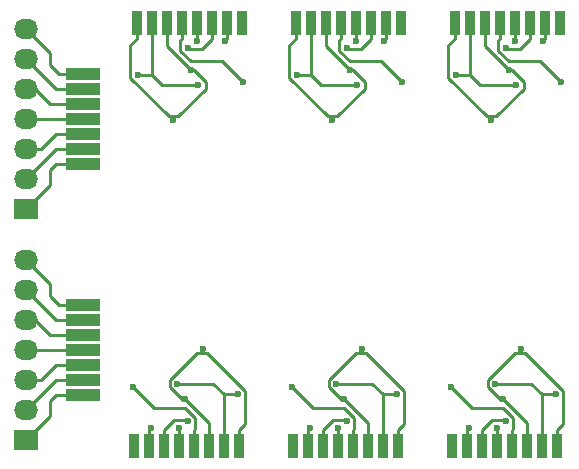
<source format=gbl>
G04 #@! TF.FileFunction,Copper,L2,Bot,Signal*
%FSLAX46Y46*%
G04 Gerber Fmt 4.6, Leading zero omitted, Abs format (unit mm)*
G04 Created by KiCad (PCBNEW 4.0.4+e1-6308~48~ubuntu16.04.1-stable) date Mon Nov 28 22:29:59 2016*
%MOMM*%
%LPD*%
G01*
G04 APERTURE LIST*
%ADD10C,0.100000*%
%ADD11R,0.900000X2.000000*%
%ADD12R,3.000000X1.100000*%
%ADD13R,2.032000X1.727200*%
%ADD14O,2.032000X1.727200*%
%ADD15C,0.600000*%
%ADD16C,0.250000*%
G04 APERTURE END LIST*
D10*
D11*
X144780000Y-144526000D03*
X143510000Y-144526000D03*
X142240000Y-144526000D03*
X140970000Y-144526000D03*
X139700000Y-144526000D03*
X138430000Y-144526000D03*
X137160000Y-144526000D03*
X135890000Y-144526000D03*
X171704000Y-144526000D03*
X170434000Y-144526000D03*
X169164000Y-144526000D03*
X167894000Y-144526000D03*
X166624000Y-144526000D03*
X165354000Y-144526000D03*
X164084000Y-144526000D03*
X162814000Y-144526000D03*
D12*
X131588000Y-140208000D03*
X131588000Y-138938000D03*
X131588000Y-137668000D03*
X131588000Y-136398000D03*
X131588000Y-135128000D03*
X131588000Y-133858000D03*
X131588000Y-132588000D03*
D13*
X126746000Y-124460000D03*
D14*
X126746000Y-121920000D03*
X126746000Y-119380000D03*
X126746000Y-116840000D03*
X126746000Y-114300000D03*
X126746000Y-111760000D03*
X126746000Y-109220000D03*
D12*
X131588000Y-120650000D03*
X131588000Y-119380000D03*
X131588000Y-118110000D03*
X131588000Y-116840000D03*
X131588000Y-115570000D03*
X131588000Y-114300000D03*
X131588000Y-113030000D03*
D13*
X126746000Y-144018000D03*
D14*
X126746000Y-141478000D03*
X126746000Y-138938000D03*
X126746000Y-136398000D03*
X126746000Y-133858000D03*
X126746000Y-131318000D03*
X126746000Y-128778000D03*
D11*
X136144000Y-108712000D03*
X137414000Y-108712000D03*
X138684000Y-108712000D03*
X139954000Y-108712000D03*
X141224000Y-108712000D03*
X142494000Y-108712000D03*
X143764000Y-108712000D03*
X145034000Y-108712000D03*
X149606000Y-108712000D03*
X150876000Y-108712000D03*
X152146000Y-108712000D03*
X153416000Y-108712000D03*
X154686000Y-108712000D03*
X155956000Y-108712000D03*
X157226000Y-108712000D03*
X158496000Y-108712000D03*
X163068000Y-108712000D03*
X164338000Y-108712000D03*
X165608000Y-108712000D03*
X166878000Y-108712000D03*
X168148000Y-108712000D03*
X169418000Y-108712000D03*
X170688000Y-108712000D03*
X171958000Y-108712000D03*
X149606000Y-108712000D03*
X150876000Y-108712000D03*
X152146000Y-108712000D03*
X153416000Y-108712000D03*
X154686000Y-108712000D03*
X155956000Y-108712000D03*
X157226000Y-108712000D03*
X158496000Y-108712000D03*
X158242000Y-144526000D03*
X156972000Y-144526000D03*
X155702000Y-144526000D03*
X154432000Y-144526000D03*
X153162000Y-144526000D03*
X151892000Y-144526000D03*
X150622000Y-144526000D03*
X149352000Y-144526000D03*
D15*
X144714700Y-140160400D03*
X139577000Y-139264600D03*
X171638700Y-140160400D03*
X166501000Y-139264600D03*
X154809000Y-113973400D03*
X141347000Y-113973400D03*
X136209300Y-113077600D03*
X149671300Y-113077600D03*
X168271000Y-113973400D03*
X163133300Y-113077600D03*
X154809000Y-113973400D03*
X149671300Y-113077600D03*
X153039000Y-139264600D03*
X158176700Y-140160400D03*
X140196400Y-140515400D03*
X141729600Y-136329100D03*
X167120400Y-140515400D03*
X168653600Y-136329100D03*
X139194400Y-116908900D03*
X140727600Y-112722600D03*
X152656400Y-116908900D03*
X154189600Y-112722600D03*
X166118400Y-116908900D03*
X167651600Y-112722600D03*
X152656400Y-116908900D03*
X154189600Y-112722600D03*
X155191600Y-136329100D03*
X153658400Y-140515400D03*
X137312400Y-143024400D03*
X164236400Y-143024400D03*
X143611600Y-110213600D03*
X157073600Y-110213600D03*
X170535600Y-110213600D03*
X157073600Y-110213600D03*
X150774400Y-143024400D03*
X140454700Y-142431600D03*
X167378700Y-142431600D03*
X140469300Y-110806400D03*
X153931300Y-110806400D03*
X167393300Y-110806400D03*
X153931300Y-110806400D03*
X153916700Y-142431600D03*
X139700000Y-142996500D03*
X166624000Y-142996500D03*
X141224000Y-110241500D03*
X154686000Y-110241500D03*
X168148000Y-110241500D03*
X154686000Y-110241500D03*
X153162000Y-142996500D03*
X135811800Y-139508700D03*
X162735800Y-139508700D03*
X149273800Y-139508700D03*
X158574200Y-113729300D03*
X145112200Y-113729300D03*
X172036200Y-113729300D03*
X158574200Y-113729300D03*
D16*
X132588000Y-113030000D02*
X129540000Y-113030000D01*
X128778000Y-111252000D02*
X126746000Y-109220000D01*
X128778000Y-112268000D02*
X128778000Y-111252000D01*
X129540000Y-113030000D02*
X128778000Y-112268000D01*
X132588000Y-114300000D02*
X129286000Y-114300000D01*
X129286000Y-114300000D02*
X126746000Y-111760000D01*
X132588000Y-115570000D02*
X128778000Y-115570000D01*
X128778000Y-115570000D02*
X127508000Y-114300000D01*
X127508000Y-114300000D02*
X126746000Y-114300000D01*
X126746000Y-116840000D02*
X132588000Y-116840000D01*
X132588000Y-118110000D02*
X129286000Y-118110000D01*
X128016000Y-119380000D02*
X126746000Y-119380000D01*
X129286000Y-118110000D02*
X128016000Y-119380000D01*
X126746000Y-121920000D02*
X129286000Y-119380000D01*
X129286000Y-119380000D02*
X132588000Y-119380000D01*
X132588000Y-120650000D02*
X129286000Y-120650000D01*
X128778000Y-122428000D02*
X126746000Y-124460000D01*
X128778000Y-121158000D02*
X128778000Y-122428000D01*
X129286000Y-120650000D02*
X128778000Y-121158000D01*
X127000000Y-116586000D02*
X126746000Y-116840000D01*
X132588000Y-132588000D02*
X129540000Y-132588000D01*
X128778000Y-130810000D02*
X126746000Y-128778000D01*
X128778000Y-131826000D02*
X128778000Y-130810000D01*
X129540000Y-132588000D02*
X128778000Y-131826000D01*
X132588000Y-133858000D02*
X129286000Y-133858000D01*
X129286000Y-133858000D02*
X126746000Y-131318000D01*
X132588000Y-135128000D02*
X128778000Y-135128000D01*
X128778000Y-135128000D02*
X127508000Y-133858000D01*
X127508000Y-133858000D02*
X126746000Y-133858000D01*
X126746000Y-136398000D02*
X132588000Y-136398000D01*
X132588000Y-137668000D02*
X129286000Y-137668000D01*
X128016000Y-138938000D02*
X126746000Y-138938000D01*
X129286000Y-137668000D02*
X128016000Y-138938000D01*
X126746000Y-141478000D02*
X129286000Y-138938000D01*
X129286000Y-138938000D02*
X132588000Y-138938000D01*
X132588000Y-140208000D02*
X129286000Y-140208000D01*
X128778000Y-141986000D02*
X126746000Y-144018000D01*
X128778000Y-140716000D02*
X128778000Y-141986000D01*
X129286000Y-140208000D02*
X128778000Y-140716000D01*
X127000000Y-136144000D02*
X126746000Y-136398000D01*
X143510000Y-140160400D02*
X144714700Y-140160400D01*
X139577000Y-139264600D02*
X142614200Y-139264600D01*
X142614200Y-139264600D02*
X143510000Y-140160400D01*
X143510000Y-140160400D02*
X143510000Y-143200700D01*
X143510000Y-144526000D02*
X143510000Y-143200700D01*
X170434000Y-140160400D02*
X171638700Y-140160400D01*
X166501000Y-139264600D02*
X169538200Y-139264600D01*
X169538200Y-139264600D02*
X170434000Y-140160400D01*
X170434000Y-140160400D02*
X170434000Y-143200700D01*
X170434000Y-144526000D02*
X170434000Y-143200700D01*
X154809000Y-113973400D02*
X151771800Y-113973400D01*
X137414000Y-108712000D02*
X137414000Y-110037300D01*
X137414000Y-113077600D02*
X137414000Y-110037300D01*
X138309800Y-113973400D02*
X137414000Y-113077600D01*
X141347000Y-113973400D02*
X138309800Y-113973400D01*
X137414000Y-113077600D02*
X136209300Y-113077600D01*
X150876000Y-108712000D02*
X150876000Y-110037300D01*
X150876000Y-113077600D02*
X150876000Y-110037300D01*
X151771800Y-113973400D02*
X150876000Y-113077600D01*
X150876000Y-113077600D02*
X149671300Y-113077600D01*
X164338000Y-108712000D02*
X164338000Y-110037300D01*
X164338000Y-113077600D02*
X164338000Y-110037300D01*
X165233800Y-113973400D02*
X164338000Y-113077600D01*
X168271000Y-113973400D02*
X165233800Y-113973400D01*
X164338000Y-113077600D02*
X163133300Y-113077600D01*
X150876000Y-108712000D02*
X150876000Y-110037300D01*
X150876000Y-113077600D02*
X150876000Y-110037300D01*
X151771800Y-113973400D02*
X150876000Y-113077600D01*
X154809000Y-113973400D02*
X151771800Y-113973400D01*
X150876000Y-113077600D02*
X149671300Y-113077600D01*
X156972000Y-144526000D02*
X156972000Y-143200700D01*
X156972000Y-140160400D02*
X156972000Y-143200700D01*
X156076200Y-139264600D02*
X156972000Y-140160400D01*
X153039000Y-139264600D02*
X156076200Y-139264600D01*
X156972000Y-140160400D02*
X158176700Y-140160400D01*
X144780000Y-144526000D02*
X144780000Y-143200700D01*
X144780000Y-143200700D02*
X145340000Y-142640700D01*
X145340000Y-142640700D02*
X145340000Y-139901400D01*
X145340000Y-139901400D02*
X142076100Y-136637500D01*
X142076100Y-136637500D02*
X141729600Y-136637500D01*
X141729600Y-136637500D02*
X141251500Y-136637500D01*
X141251500Y-136637500D02*
X138951700Y-138937300D01*
X138951700Y-138937300D02*
X138951700Y-139523900D01*
X138951700Y-139523900D02*
X139943100Y-140515300D01*
X139943100Y-140515300D02*
X140196400Y-140515300D01*
X140196400Y-140515300D02*
X140196400Y-140515400D01*
X141729600Y-136637500D02*
X141729600Y-136329100D01*
X142240000Y-144526000D02*
X142240000Y-142559000D01*
X142240000Y-142559000D02*
X140196400Y-140515400D01*
X171704000Y-144526000D02*
X171704000Y-143200700D01*
X171704000Y-143200700D02*
X172264000Y-142640700D01*
X172264000Y-142640700D02*
X172264000Y-139901400D01*
X172264000Y-139901400D02*
X169000100Y-136637500D01*
X169000100Y-136637500D02*
X168653600Y-136637500D01*
X168653600Y-136637500D02*
X168175500Y-136637500D01*
X168175500Y-136637500D02*
X165875700Y-138937300D01*
X165875700Y-138937300D02*
X165875700Y-139523900D01*
X165875700Y-139523900D02*
X166867100Y-140515300D01*
X166867100Y-140515300D02*
X167120400Y-140515300D01*
X167120400Y-140515300D02*
X167120400Y-140515400D01*
X168653600Y-136637500D02*
X168653600Y-136329100D01*
X169164000Y-144526000D02*
X169164000Y-142559000D01*
X169164000Y-142559000D02*
X167120400Y-140515400D01*
X138684000Y-110679000D02*
X140727600Y-112722600D01*
X138684000Y-108712000D02*
X138684000Y-110679000D01*
X139194400Y-116600500D02*
X139194400Y-116908900D01*
X140727600Y-112722700D02*
X140727600Y-112722600D01*
X140980900Y-112722700D02*
X140727600Y-112722700D01*
X141972300Y-113714100D02*
X140980900Y-112722700D01*
X141972300Y-114300700D02*
X141972300Y-113714100D01*
X139672500Y-116600500D02*
X141972300Y-114300700D01*
X139194400Y-116600500D02*
X139672500Y-116600500D01*
X138847900Y-116600500D02*
X139194400Y-116600500D01*
X135584000Y-113336600D02*
X138847900Y-116600500D01*
X135584000Y-110597300D02*
X135584000Y-113336600D01*
X136144000Y-110037300D02*
X135584000Y-110597300D01*
X136144000Y-108712000D02*
X136144000Y-110037300D01*
X152146000Y-110679000D02*
X154189600Y-112722600D01*
X152146000Y-108712000D02*
X152146000Y-110679000D01*
X152656400Y-116600500D02*
X152656400Y-116908900D01*
X154189600Y-112722700D02*
X154189600Y-112722600D01*
X154442900Y-112722700D02*
X154189600Y-112722700D01*
X155434300Y-113714100D02*
X154442900Y-112722700D01*
X155434300Y-114300700D02*
X155434300Y-113714100D01*
X153134500Y-116600500D02*
X155434300Y-114300700D01*
X152656400Y-116600500D02*
X153134500Y-116600500D01*
X152309900Y-116600500D02*
X152656400Y-116600500D01*
X149046000Y-113336600D02*
X152309900Y-116600500D01*
X149046000Y-110597300D02*
X149046000Y-113336600D01*
X149606000Y-110037300D02*
X149046000Y-110597300D01*
X149606000Y-108712000D02*
X149606000Y-110037300D01*
X165608000Y-110679000D02*
X167651600Y-112722600D01*
X165608000Y-108712000D02*
X165608000Y-110679000D01*
X166118400Y-116600500D02*
X166118400Y-116908900D01*
X167651600Y-112722700D02*
X167651600Y-112722600D01*
X167904900Y-112722700D02*
X167651600Y-112722700D01*
X168896300Y-113714100D02*
X167904900Y-112722700D01*
X168896300Y-114300700D02*
X168896300Y-113714100D01*
X166596500Y-116600500D02*
X168896300Y-114300700D01*
X166118400Y-116600500D02*
X166596500Y-116600500D01*
X165771900Y-116600500D02*
X166118400Y-116600500D01*
X162508000Y-113336600D02*
X165771900Y-116600500D01*
X162508000Y-110597300D02*
X162508000Y-113336600D01*
X163068000Y-110037300D02*
X162508000Y-110597300D01*
X163068000Y-108712000D02*
X163068000Y-110037300D01*
X152146000Y-110679000D02*
X154189600Y-112722600D01*
X152146000Y-108712000D02*
X152146000Y-110679000D01*
X152656400Y-116600500D02*
X152656400Y-116908900D01*
X154189600Y-112722700D02*
X154189600Y-112722600D01*
X154442900Y-112722700D02*
X154189600Y-112722700D01*
X155434300Y-113714100D02*
X154442900Y-112722700D01*
X155434300Y-114300700D02*
X155434300Y-113714100D01*
X153134500Y-116600500D02*
X155434300Y-114300700D01*
X152656400Y-116600500D02*
X153134500Y-116600500D01*
X152309900Y-116600500D02*
X152656400Y-116600500D01*
X149046000Y-113336600D02*
X152309900Y-116600500D01*
X149046000Y-110597300D02*
X149046000Y-113336600D01*
X149606000Y-110037300D02*
X149046000Y-110597300D01*
X149606000Y-108712000D02*
X149606000Y-110037300D01*
X155702000Y-142559000D02*
X153658400Y-140515400D01*
X155702000Y-144526000D02*
X155702000Y-142559000D01*
X155191600Y-136637500D02*
X155191600Y-136329100D01*
X153658400Y-140515300D02*
X153658400Y-140515400D01*
X153405100Y-140515300D02*
X153658400Y-140515300D01*
X152413700Y-139523900D02*
X153405100Y-140515300D01*
X152413700Y-138937300D02*
X152413700Y-139523900D01*
X154713500Y-136637500D02*
X152413700Y-138937300D01*
X155191600Y-136637500D02*
X154713500Y-136637500D01*
X155538100Y-136637500D02*
X155191600Y-136637500D01*
X158802000Y-139901400D02*
X155538100Y-136637500D01*
X158802000Y-142640700D02*
X158802000Y-139901400D01*
X158242000Y-143200700D02*
X158802000Y-142640700D01*
X158242000Y-144526000D02*
X158242000Y-143200700D01*
X137160000Y-143200700D02*
X137160000Y-143176800D01*
X137160000Y-143176800D02*
X137312400Y-143024400D01*
X137160000Y-144526000D02*
X137160000Y-143200700D01*
X164084000Y-143200700D02*
X164084000Y-143176800D01*
X164084000Y-143176800D02*
X164236400Y-143024400D01*
X164084000Y-144526000D02*
X164084000Y-143200700D01*
X143764000Y-108712000D02*
X143764000Y-110037300D01*
X143764000Y-110061200D02*
X143611600Y-110213600D01*
X143764000Y-110037300D02*
X143764000Y-110061200D01*
X157226000Y-108712000D02*
X157226000Y-110037300D01*
X157226000Y-110061200D02*
X157073600Y-110213600D01*
X157226000Y-110037300D02*
X157226000Y-110061200D01*
X170688000Y-108712000D02*
X170688000Y-110037300D01*
X170688000Y-110061200D02*
X170535600Y-110213600D01*
X170688000Y-110037300D02*
X170688000Y-110061200D01*
X157226000Y-108712000D02*
X157226000Y-110037300D01*
X157226000Y-110061200D02*
X157073600Y-110213600D01*
X157226000Y-110037300D02*
X157226000Y-110061200D01*
X150622000Y-144526000D02*
X150622000Y-143200700D01*
X150622000Y-143176800D02*
X150774400Y-143024400D01*
X150622000Y-143200700D02*
X150622000Y-143176800D01*
X138430000Y-144526000D02*
X138430000Y-143200700D01*
X140454700Y-142431600D02*
X140387200Y-142364100D01*
X140387200Y-142364100D02*
X139266600Y-142364100D01*
X139266600Y-142364100D02*
X138430000Y-143200700D01*
X165354000Y-144526000D02*
X165354000Y-143200700D01*
X167378700Y-142431600D02*
X167311200Y-142364100D01*
X167311200Y-142364100D02*
X166190600Y-142364100D01*
X166190600Y-142364100D02*
X165354000Y-143200700D01*
X141657400Y-110873900D02*
X142494000Y-110037300D01*
X140536800Y-110873900D02*
X141657400Y-110873900D01*
X140469300Y-110806400D02*
X140536800Y-110873900D01*
X142494000Y-108712000D02*
X142494000Y-110037300D01*
X155119400Y-110873900D02*
X155956000Y-110037300D01*
X153998800Y-110873900D02*
X155119400Y-110873900D01*
X153931300Y-110806400D02*
X153998800Y-110873900D01*
X155956000Y-108712000D02*
X155956000Y-110037300D01*
X168581400Y-110873900D02*
X169418000Y-110037300D01*
X167460800Y-110873900D02*
X168581400Y-110873900D01*
X167393300Y-110806400D02*
X167460800Y-110873900D01*
X169418000Y-108712000D02*
X169418000Y-110037300D01*
X155119400Y-110873900D02*
X155956000Y-110037300D01*
X153998800Y-110873900D02*
X155119400Y-110873900D01*
X153931300Y-110806400D02*
X153998800Y-110873900D01*
X155956000Y-108712000D02*
X155956000Y-110037300D01*
X152728600Y-142364100D02*
X151892000Y-143200700D01*
X153849200Y-142364100D02*
X152728600Y-142364100D01*
X153916700Y-142431600D02*
X153849200Y-142364100D01*
X151892000Y-144526000D02*
X151892000Y-143200700D01*
X139700000Y-143200700D02*
X139700000Y-142996500D01*
X139700000Y-144526000D02*
X139700000Y-143200700D01*
X166624000Y-143200700D02*
X166624000Y-142996500D01*
X166624000Y-144526000D02*
X166624000Y-143200700D01*
X141224000Y-108712000D02*
X141224000Y-110037300D01*
X141224000Y-110037300D02*
X141224000Y-110241500D01*
X154686000Y-108712000D02*
X154686000Y-110037300D01*
X154686000Y-110037300D02*
X154686000Y-110241500D01*
X168148000Y-108712000D02*
X168148000Y-110037300D01*
X168148000Y-110037300D02*
X168148000Y-110241500D01*
X154686000Y-108712000D02*
X154686000Y-110037300D01*
X154686000Y-110037300D02*
X154686000Y-110241500D01*
X153162000Y-144526000D02*
X153162000Y-143200700D01*
X153162000Y-143200700D02*
X153162000Y-142996500D01*
X140970000Y-144526000D02*
X140970000Y-143200700D01*
X137593800Y-141290700D02*
X140202600Y-141290700D01*
X140202600Y-141290700D02*
X141085200Y-142173300D01*
X141085200Y-142173300D02*
X141085200Y-143085500D01*
X141085200Y-143085500D02*
X140970000Y-143200700D01*
X135811800Y-139508700D02*
X137593800Y-141290700D01*
X167894000Y-144526000D02*
X167894000Y-143200700D01*
X164517800Y-141290700D02*
X167126600Y-141290700D01*
X167126600Y-141290700D02*
X168009200Y-142173300D01*
X168009200Y-142173300D02*
X168009200Y-143085500D01*
X168009200Y-143085500D02*
X167894000Y-143200700D01*
X162735800Y-139508700D02*
X164517800Y-141290700D01*
X149273800Y-139508700D02*
X151055800Y-141290700D01*
X158574200Y-113729300D02*
X156792200Y-111947300D01*
X139838800Y-110152500D02*
X139954000Y-110037300D01*
X139838800Y-111064700D02*
X139838800Y-110152500D01*
X140721400Y-111947300D02*
X139838800Y-111064700D01*
X143330200Y-111947300D02*
X140721400Y-111947300D01*
X145112200Y-113729300D02*
X143330200Y-111947300D01*
X139954000Y-108712000D02*
X139954000Y-110037300D01*
X153300800Y-110152500D02*
X153416000Y-110037300D01*
X153300800Y-111064700D02*
X153300800Y-110152500D01*
X154183400Y-111947300D02*
X153300800Y-111064700D01*
X156792200Y-111947300D02*
X154183400Y-111947300D01*
X153416000Y-108712000D02*
X153416000Y-110037300D01*
X166762800Y-110152500D02*
X166878000Y-110037300D01*
X166762800Y-111064700D02*
X166762800Y-110152500D01*
X167645400Y-111947300D02*
X166762800Y-111064700D01*
X170254200Y-111947300D02*
X167645400Y-111947300D01*
X172036200Y-113729300D02*
X170254200Y-111947300D01*
X166878000Y-108712000D02*
X166878000Y-110037300D01*
X153300800Y-110152500D02*
X153416000Y-110037300D01*
X153300800Y-111064700D02*
X153300800Y-110152500D01*
X154183400Y-111947300D02*
X153300800Y-111064700D01*
X156792200Y-111947300D02*
X154183400Y-111947300D01*
X158574200Y-113729300D02*
X156792200Y-111947300D01*
X153416000Y-108712000D02*
X153416000Y-110037300D01*
X154547200Y-143085500D02*
X154432000Y-143200700D01*
X154547200Y-142173300D02*
X154547200Y-143085500D01*
X153664600Y-141290700D02*
X154547200Y-142173300D01*
X151055800Y-141290700D02*
X153664600Y-141290700D01*
X154432000Y-144526000D02*
X154432000Y-143200700D01*
M02*

</source>
